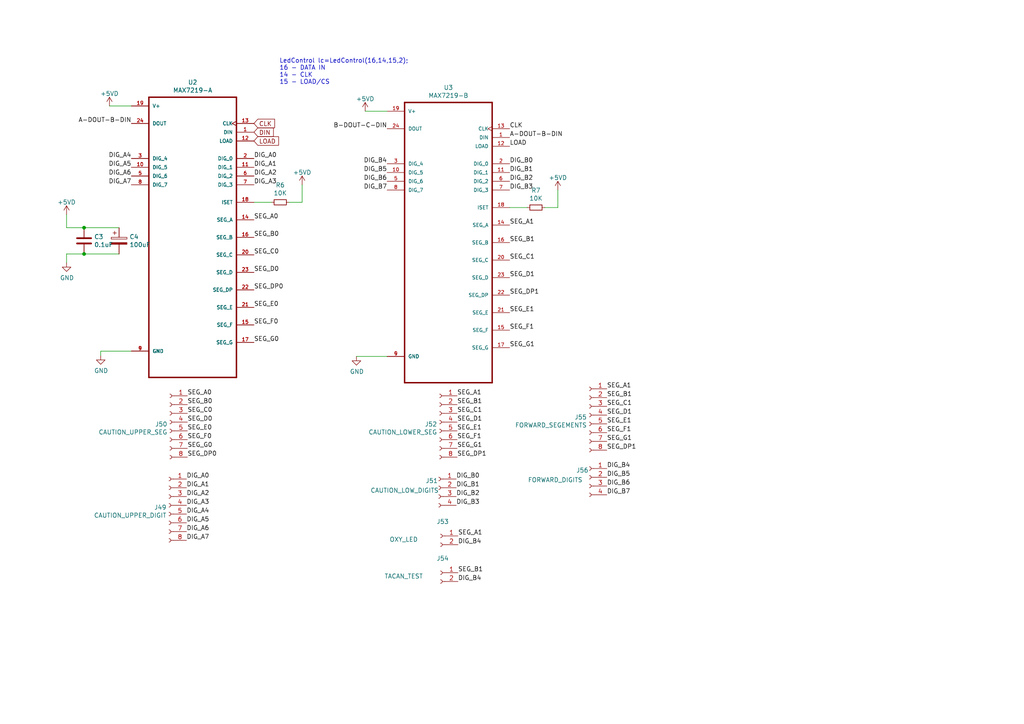
<source format=kicad_sch>
(kicad_sch (version 20230121) (generator eeschema)
  (paper "A4")
  (lib_symbols
    (symbol "Connector:Conn_01x02_Female" (pin_names (offset 1.016) hide)
      (property "Reference" "J" (at 0 2.54 0))
      (property "Value" "Conn_01x02_Female" (at 0 -5.08 0))
      (symbol "Conn_01x02_Female_1_1"
        (arc (start 0 -2.032) (mid -0.5058 -2.54) (end 0 -3.048) (stroke (width 0.1524)))
        (polyline (pts (xy -1.27 -2.54) (xy -0.508 -2.54)) (stroke (width 0.1524)))
        (polyline (pts (xy -1.27 0) (xy -0.508 0)) (stroke (width 0.1524)))
        (arc (start 0 0.508) (mid -0.5058 0) (end 0 -0.508) (stroke (width 0.1524)))
        (pin passive line (at -5.08 0 0) (length 3.81) (name "Pin_1") (number "1"))
        (pin passive line (at -5.08 -2.54 0) (length 3.81) (name "Pin_2") (number "2"))
      )
    )
    (symbol "Connector:Conn_01x04_Female" (pin_names (offset 1.016) hide)
      (property "Reference" "J" (at 0 5.08 0))
      (property "Value" "Conn_01x04_Female" (at 0 -7.62 0))
      (symbol "Conn_01x04_Female_1_1"
        (arc (start 0 -4.572) (mid -0.5058 -5.08) (end 0 -5.588) (stroke (width 0.1524)))
        (arc (start 0 -2.032) (mid -0.5058 -2.54) (end 0 -3.048) (stroke (width 0.1524)))
        (polyline (pts (xy -1.27 -5.08) (xy -0.508 -5.08)) (stroke (width 0.1524)))
        (polyline (pts (xy -1.27 -2.54) (xy -0.508 -2.54)) (stroke (width 0.1524)))
        (polyline (pts (xy -1.27 0) (xy -0.508 0)) (stroke (width 0.1524)))
        (polyline (pts (xy -1.27 2.54) (xy -0.508 2.54)) (stroke (width 0.1524)))
        (arc (start 0 0.508) (mid -0.5058 0) (end 0 -0.508) (stroke (width 0.1524)))
        (arc (start 0 3.048) (mid -0.5058 2.54) (end 0 2.032) (stroke (width 0.1524)))
        (pin passive line (at -5.08 2.54 0) (length 3.81) (name "Pin_1") (number "1"))
        (pin passive line (at -5.08 0 0) (length 3.81) (name "Pin_2") (number "2"))
        (pin passive line (at -5.08 -2.54 0) (length 3.81) (name "Pin_3") (number "3"))
        (pin passive line (at -5.08 -5.08 0) (length 3.81) (name "Pin_4") (number "4"))
      )
    )
    (symbol "Connector:Conn_01x08_Female" (pin_names (offset 1.016) hide)
      (property "Reference" "J" (at 0 10.16 0))
      (property "Value" "Conn_01x08_Female" (at 0 -12.7 0))
      (symbol "Conn_01x08_Female_1_1"
        (arc (start 0 -9.652) (mid -0.5058 -10.16) (end 0 -10.668) (stroke (width 0.1524)))
        (arc (start 0 -7.112) (mid -0.5058 -7.62) (end 0 -8.128) (stroke (width 0.1524)))
        (arc (start 0 -4.572) (mid -0.5058 -5.08) (end 0 -5.588) (stroke (width 0.1524)))
        (arc (start 0 -2.032) (mid -0.5058 -2.54) (end 0 -3.048) (stroke (width 0.1524)))
        (polyline (pts (xy -1.27 -10.16) (xy -0.508 -10.16)) (stroke (width 0.1524)))
        (polyline (pts (xy -1.27 -7.62) (xy -0.508 -7.62)) (stroke (width 0.1524)))
        (polyline (pts (xy -1.27 -5.08) (xy -0.508 -5.08)) (stroke (width 0.1524)))
        (polyline (pts (xy -1.27 -2.54) (xy -0.508 -2.54)) (stroke (width 0.1524)))
        (polyline (pts (xy -1.27 0) (xy -0.508 0)) (stroke (width 0.1524)))
        (polyline (pts (xy -1.27 2.54) (xy -0.508 2.54)) (stroke (width 0.1524)))
        (polyline (pts (xy -1.27 5.08) (xy -0.508 5.08)) (stroke (width 0.1524)))
        (polyline (pts (xy -1.27 7.62) (xy -0.508 7.62)) (stroke (width 0.1524)))
        (arc (start 0 0.508) (mid -0.5058 0) (end 0 -0.508) (stroke (width 0.1524)))
        (arc (start 0 3.048) (mid -0.5058 2.54) (end 0 2.032) (stroke (width 0.1524)))
        (arc (start 0 5.588) (mid -0.5058 5.08) (end 0 4.572) (stroke (width 0.1524)))
        (arc (start 0 8.128) (mid -0.5058 7.62) (end 0 7.112) (stroke (width 0.1524)))
        (pin passive line (at -5.08 7.62 0) (length 3.81) (name "Pin_1") (number "1"))
        (pin passive line (at -5.08 5.08 0) (length 3.81) (name "Pin_2") (number "2"))
        (pin passive line (at -5.08 2.54 0) (length 3.81) (name "Pin_3") (number "3"))
        (pin passive line (at -5.08 0 0) (length 3.81) (name "Pin_4") (number "4"))
        (pin passive line (at -5.08 -2.54 0) (length 3.81) (name "Pin_5") (number "5"))
        (pin passive line (at -5.08 -5.08 0) (length 3.81) (name "Pin_6") (number "6"))
        (pin passive line (at -5.08 -7.62 0) (length 3.81) (name "Pin_7") (number "7"))
        (pin passive line (at -5.08 -10.16 0) (length 3.81) (name "Pin_8") (number "8"))
      )
    )
    (symbol "Device:C" (pin_numbers hide) (pin_names (offset 0.254))
      (property "Reference" "C" (at 0.635 2.54 0))
      (property "Value" "C" (at 0.635 -2.54 0))
      (symbol "C_0_1"
        (polyline (pts (xy -2.032 -0.762) (xy 2.032 -0.762)) (stroke (width 0.508)))
        (polyline (pts (xy -2.032 0.762) (xy 2.032 0.762)) (stroke (width 0.508)))
      )
      (symbol "C_1_1"
        (pin passive line (at 0 3.81 270) (length 2.794) (name "~") (number "1"))
        (pin passive line (at 0 -3.81 90) (length 2.794) (name "~") (number "2"))
      )
    )
    (symbol "Device:R_Small" (pin_numbers hide) (pin_names (offset 0.254) hide)
      (property "Reference" "R" (at 0.762 0.508 0))
      (property "Value" "R_Small" (at 0.762 -1.016 0))
      (symbol "R_Small_0_1"
        (rectangle (start -0.762 1.778) (end 0.762 -1.778) (stroke (width 0.2032)))
      )
      (symbol "R_Small_1_1"
        (pin passive line (at 0 2.54 270) (length 0.762) (name "~") (number "1"))
        (pin passive line (at 0 -2.54 90) (length 0.762) (name "~") (number "2"))
      )
    )
    (symbol "OH---UIP---Led-Distribution-rescue:CP-Device" (pin_numbers hide) (pin_names (offset 0.254))
      (property "Reference" "C" (at 0.635 2.54 0))
      (property "Value" "CP-Device" (at 0.635 -2.54 0))
      (symbol "CP-Device_0_1"
        (rectangle (start -2.286 0.508) (end 2.286 1.016))
        (polyline (pts (xy -1.778 2.286) (xy -0.762 2.286)))
        (polyline (pts (xy -1.27 2.794) (xy -1.27 1.778)))
        (rectangle (start 2.286 -0.508) (end -2.286 -1.016) (fill (type outline)))
      )
      (symbol "CP-Device_1_1"
        (pin passive line (at 0 3.81 270) (length 2.794) (name "~") (number "1"))
        (pin passive line (at 0 -3.81 90) (length 2.794) (name "~") (number "2"))
      )
    )
    (symbol "OH---UIP---Led-Distribution-rescue:MAX7219ENG-MAX7219ENG-Max7219-rescue" (pin_names (offset 1.016))
      (property "Reference" "U" (at -12.7 41.6306 0))
      (property "Value" "OH---UIP---Led-Distribution-rescue_MAX7219ENG-MAX7219ENG-Max7219-rescue" (at -12.7 -44.6278 0))
      (symbol "MAX7219ENG-MAX7219ENG-Max7219-rescue_0_0"
        (polyline (pts (xy -12.7 -40.64) (xy -12.7 40.64)) (stroke (width 0.4064)))
        (polyline (pts (xy -12.7 40.64) (xy 12.7 40.64)) (stroke (width 0.4064)))
        (polyline (pts (xy 12.7 -40.64) (xy -12.7 -40.64)) (stroke (width 0.4064)))
        (polyline (pts (xy 12.7 40.64) (xy 12.7 -40.64)) (stroke (width 0.4064)))
        (pin input line (at -17.78 30.48 0) (length 5.08) (name "DIN") (number "1"))
        (pin bidirectional line (at 17.78 20.32 180) (length 5.08) (name "DIG_5") (number "10"))
        (pin bidirectional line (at -17.78 20.32 0) (length 5.08) (name "DIG_1") (number "11"))
        (pin input line (at -17.78 27.94 0) (length 5.08) (name "LOAD") (number "12"))
        (pin input clock (at -17.78 33.02 0) (length 5.08) (name "CLK") (number "13"))
        (pin bidirectional line (at -17.78 5.08 0) (length 5.08) (name "SEG_A") (number "14"))
        (pin bidirectional line (at -17.78 -25.4 0) (length 5.08) (name "SEG_F") (number "15"))
        (pin bidirectional line (at -17.78 0 0) (length 5.08) (name "SEG_B") (number "16"))
        (pin bidirectional line (at -17.78 -30.48 0) (length 5.08) (name "SEG_G") (number "17"))
        (pin bidirectional line (at -17.78 10.16 0) (length 5.08) (name "ISET") (number "18"))
        (pin power_in line (at 17.78 38.1 180) (length 5.08) (name "V+") (number "19"))
        (pin bidirectional line (at -17.78 22.86 0) (length 5.08) (name "DIG_0") (number "2"))
        (pin bidirectional line (at -17.78 -5.08 0) (length 5.08) (name "SEG_C") (number "20"))
        (pin bidirectional line (at -17.78 -20.32 0) (length 5.08) (name "SEG_E") (number "21"))
        (pin bidirectional line (at -17.78 -15.24 0) (length 5.08) (name "SEG_DP") (number "22"))
        (pin bidirectional line (at -17.78 -10.16 0) (length 5.08) (name "SEG_D") (number "23"))
        (pin output line (at 17.78 33.02 180) (length 5.08) (name "DOUT") (number "24"))
        (pin bidirectional line (at 17.78 22.86 180) (length 5.08) (name "DIG_4") (number "3"))
        (pin power_in line (at 17.78 -33.02 180) (length 5.08) (name "GND") (number "4"))
        (pin bidirectional line (at 17.78 17.78 180) (length 5.08) (name "DIG_6") (number "5"))
        (pin bidirectional line (at -17.78 17.78 0) (length 5.08) (name "DIG_2") (number "6"))
        (pin bidirectional line (at -17.78 15.24 0) (length 5.08) (name "DIG_3") (number "7"))
        (pin bidirectional line (at 17.78 15.24 180) (length 5.08) (name "DIG_7") (number "8"))
        (pin power_in line (at 17.78 -33.02 180) (length 5.08) (name "GND") (number "9"))
      )
    )
    (symbol "power:+5VD" (power) (pin_names (offset 0))
      (property "Value" "+5VD" (at 0 3.556 0))
      (symbol "+5VD_0_1"
        (polyline (pts (xy -0.762 1.27) (xy 0 2.54)))
        (polyline (pts (xy 0 0) (xy 0 2.54)))
        (polyline (pts (xy 0 2.54) (xy 0.762 1.27)))
      )
      (symbol "+5VD_1_1"
        (pin power_in line (at 0 0 90) (length 0) hide (name "+5VD") (number "1"))
      )
    )
    (symbol "power:GND" (power) (pin_names (offset 0))
      (property "Value" "GND" (at 0 -3.81 0))
      (symbol "GND_0_1"
        (polyline (pts (xy 0 0) (xy 0 -1.27) (xy 1.27 -1.27) (xy 0 -2.54) (xy -1.27 -1.27) (xy 0 -1.27)))
      )
      (symbol "GND_1_1"
        (pin power_in line (at 0 0 270) (length 0) hide (name "GND") (number "1"))
      )
    )
  )
  (junction (at 24.384 73.66))
  (junction (at 24.384 66.04))
  (wire (pts (xy 105.918 32.258) (xy 112.268 32.258)))
  (wire (pts (xy 38.1 101.854) (xy 29.21 101.854)))
  (wire (pts (xy 87.63 58.674) (xy 87.63 53.594)))
  (wire (pts (xy 73.66 58.674) (xy 78.74 58.674)))
  (wire (pts (xy 112.268 103.378) (xy 103.378 103.378)))
  (wire (pts (xy 19.304 66.04) (xy 24.384 66.04)))
  (wire (pts (xy 161.798 60.198) (xy 161.798 55.118)))
  (wire (pts (xy 29.21 101.854) (xy 29.21 103.124)))
  (wire (pts (xy 34.544 73.66) (xy 24.384 73.66)))
  (wire (pts (xy 34.544 66.04) (xy 24.384 66.04)))
  (wire (pts (xy 31.75 30.734) (xy 38.1 30.734)))
  (wire (pts (xy 19.304 73.66) (xy 19.304 76.2)))
  (wire (pts (xy 19.304 62.23) (xy 19.304 66.04)))
  (wire (pts (xy 83.82 58.674) (xy 87.63 58.674)))
  (wire (pts (xy 157.988 60.198) (xy 161.798 60.198)))
  (wire (pts (xy 147.828 60.198) (xy 152.908 60.198)))
  (wire (pts (xy 24.384 73.66) (xy 19.304 73.66)))
  (text "LedControl lc=LedControl(16,14,15,2);\n16 - DATA IN\n14 - CLK\n15 - LOAD/CS" (at 81.026 24.638 0) (effects (font (size 1.27 1.27)) (justify left bottom)))
  (label "SEG_G0" (at 54.356 130.048 0))
  (label "DIG_A0" (at 54.102 138.938 0))
  (label "DIG_A5" (at 38.1 48.514 180))
  (label "DIG_A2" (at 73.66 51.054 0))
  (label "SEG_F0" (at 54.356 127.508 0))
  (label "DIG_A1" (at 73.66 48.514 0))
  (label "DIG_B2" (at 132.334 144.018 0))
  (label "DIG_A7" (at 54.102 156.718 0))
  (label "SEG_A1" (at 132.588 114.808 0))
  (label "DIG_B4" (at 132.842 168.656 0))
  (label "DIG_A4" (at 54.102 149.098 0))
  (label "DIG_B5" (at 112.268 50.038 180))
  (label "SEG_B1" (at 176.022 115.316 0))
  (label "SEG_D1" (at 176.022 120.396 0))
  (label "A-DOUT-B-DIN" (at 147.828 39.878 0))
  (label "DIG_B3" (at 147.828 55.118 0))
  (label "SEG_E1" (at 132.588 124.968 0))
  (label "SEG_G0" (at 73.66 99.314 0))
  (label "DIG_B7" (at 176.022 143.51 0))
  (label "SEG_B1" (at 132.588 117.348 0))
  (label "DIG_A6" (at 54.102 154.178 0))
  (label "DIG_A5" (at 54.102 151.638 0))
  (label "SEG_C0" (at 54.356 119.888 0))
  (label "SEG_A1" (at 176.022 112.776 0))
  (label "DIG_B6" (at 112.268 52.578 180))
  (label "DIG_B0" (at 132.334 138.938 0))
  (label "DIG_B3" (at 132.334 146.558 0))
  (label "SEG_A0" (at 73.66 63.754 0))
  (label "SEG_B1" (at 132.842 166.116 0))
  (label "SEG_D1" (at 132.588 122.428 0))
  (label "B-DOUT-C-DIN" (at 112.268 37.338 180))
  (label "SEG_F1" (at 176.022 125.476 0))
  (label "LOAD" (at 147.828 42.418 0))
  (label "DIG_A4" (at 38.1 45.974 180))
  (label "SEG_C0" (at 73.66 73.914 0))
  (label "DIG_A3" (at 73.66 53.594 0))
  (label "DIG_A0" (at 73.66 45.974 0))
  (label "SEG_D1" (at 147.828 80.518 0))
  (label "SEG_F1" (at 132.588 127.508 0))
  (label "SEG_E1" (at 176.022 122.936 0))
  (label "DIG_A7" (at 38.1 53.594 180))
  (label "DIG_B7" (at 112.268 55.118 180))
  (label "DIG_B4" (at 112.268 47.498 180))
  (label "DIG_B2" (at 147.828 52.578 0))
  (label "SEG_E1" (at 147.828 90.678 0))
  (label "SEG_DP1" (at 132.588 132.588 0))
  (label "SEG_B0" (at 73.66 68.834 0))
  (label "DIG_A2" (at 54.102 144.018 0))
  (label "DIG_B5" (at 176.022 138.43 0))
  (label "SEG_G1" (at 147.828 100.838 0))
  (label "SEG_DP1" (at 147.828 85.598 0))
  (label "DIG_A3" (at 54.102 146.558 0))
  (label "SEG_A1" (at 132.842 155.448 0))
  (label "SEG_DP1" (at 176.022 130.556 0))
  (label "SEG_F0" (at 73.66 94.234 0))
  (label "SEG_B1" (at 147.828 70.358 0))
  (label "DIG_B6" (at 176.022 140.97 0))
  (label "CLK" (at 147.828 37.338 0))
  (label "SEG_DP0" (at 73.66 84.074 0))
  (label "SEG_F1" (at 147.828 95.758 0))
  (label "SEG_C1" (at 132.588 119.888 0))
  (label "DIG_A6" (at 38.1 51.054 180))
  (label "SEG_B0" (at 54.356 117.348 0))
  (label "SEG_G1" (at 132.588 130.048 0))
  (label "DIG_B1" (at 147.828 50.038 0))
  (label "SEG_A1" (at 147.828 65.278 0))
  (label "DIG_A1" (at 54.102 141.478 0))
  (label "SEG_E0" (at 54.356 124.968 0))
  (label "DIG_B0" (at 147.828 47.498 0))
  (label "DIG_B1" (at 132.334 141.478 0))
  (label "DIG_B4" (at 176.022 135.89 0))
  (label "SEG_A0" (at 54.356 114.808 0))
  (label "SEG_C1" (at 176.022 117.856 0))
  (label "SEG_D0" (at 54.356 122.428 0))
  (label "SEG_G1" (at 176.022 128.016 0))
  (label "DIG_B4" (at 132.842 157.988 0))
  (label "SEG_DP0" (at 54.356 132.588 0))
  (label "SEG_C1" (at 147.828 75.438 0))
  (label "SEG_E0" (at 73.66 89.154 0))
  (label "A-DOUT-B-DIN" (at 38.1 35.814 180))
  (label "SEG_D0" (at 73.66 78.994 0))
  (global_label "CLK" (shape input) (at 73.66 35.814 0) (property "Intersheetrefs" "${INTERSHEET_REFS}" (effects hide)))
  (global_label "LOAD" (shape input) (at 73.66 40.894 0) (property "Intersheetrefs" "${INTERSHEET_REFS}" (effects hide)))
  (global_label "DIN" (shape input) (at 73.66 38.354 0) (property "Intersheetrefs" "${INTERSHEET_REFS}" (effects hide)))
  (symbol (lib_id "Connector:Conn_01x04_Female") (at 127.254 141.478 0) (mirror y) (unit 1)
    (property "Reference" "J51" (at 125.222 139.446 0))
    (property "Value" "CAUTION_LOW_DIGITS" (at 117.348 142.24 0))
    (property "Footprint" "Connector_Molex:Molex_KK-254_AE-6410-04A_1x04_P2.54mm_Vertical" (effects hide))
  )
  (symbol (lib_id "power:+5VD") (at 161.798 55.118 0) (unit 1)
    (property "Reference" "#PWR072" (effects hide))
    (property "Value" "+5VD" (at 161.798 51.5422 0))
  )
  (symbol (lib_id "Connector:Conn_01x08_Female") (at 170.942 120.396 0) (mirror y) (unit 1)
    (property "Reference" "J55" (at 170.2308 121.0056 0) (effects (justify left)))
    (property "Value" "FORWARD_SEGEMENTS" (at 170.2308 123.317 0) (effects (justify left)))
    (property "Footprint" "Connector_Molex:Molex_KK-254_AE-6410-08A_1x08_P2.54mm_Vertical" (effects hide))
  )
  (symbol (lib_id "Connector:Conn_01x08_Female") (at 49.022 146.558 0) (mirror y) (unit 1)
    (property "Reference" "J49" (at 48.3108 147.1676 0) (effects (justify left)))
    (property "Value" "CAUTION_UPPER_DIGIT" (at 48.3108 149.479 0) (effects (justify left)))
    (property "Footprint" "Connector_Molex:Molex_KK-254_AE-6410-08A_1x08_P2.54mm_Vertical" (effects hide))
  )
  (symbol (lib_id "Device:R_Small") (at 81.28 58.674 270) (unit 1)
    (property "Reference" "R6" (at 81.28 53.6956 90))
    (property "Value" "10K" (at 81.28 56.007 90))
    (property "Footprint" "Resistor_THT:R_Axial_DIN0204_L3.6mm_D1.6mm_P2.54mm_Vertical" (effects hide))
  )
  (symbol (lib_id "power:+5VD") (at 31.75 30.734 0) (unit 1)
    (property "Reference" "#PWR068" (effects hide))
    (property "Value" "+5VD" (at 31.75 27.1582 0))
  )
  (symbol (lib_id "Connector:Conn_01x02_Female") (at 127.762 166.116 0) (mirror y) (unit 1)
    (property "Reference" "J54" (at 128.397 161.959 0))
    (property "Value" "TACAN_TEST" (at 117.094 167.132 0))
    (property "Footprint" "Connector_Molex:Molex_KK-254_AE-6410-02A_1x02_P2.54mm_Vertical" (effects hide))
  )
  (symbol (lib_id "power:GND") (at 29.21 103.124 0) (unit 1)
    (property "Reference" "#PWR067" (effects hide))
    (property "Value" "GND" (at 29.337 107.5182 0))
  )
  (symbol (lib_id "power:GND") (at 19.304 76.2 0) (unit 1)
    (property "Reference" "#PWR066" (effects hide))
    (property "Value" "GND" (at 19.431 80.5942 0))
  )
  (symbol (lib_id "power:+5VD") (at 87.63 53.594 0) (unit 1)
    (property "Reference" "#PWR069" (effects hide))
    (property "Value" "+5VD" (at 87.63 50.0182 0))
  )
  (symbol (lib_id "power:GND") (at 103.378 103.378 0) (unit 1)
    (property "Reference" "#PWR070" (effects hide))
    (property "Value" "GND" (at 103.505 107.7722 0))
  )
  (symbol (lib_id "Device:C") (at 24.384 69.85 0) (unit 1)
    (property "Reference" "C3" (at 27.305 68.6816 0) (effects (justify left)))
    (property "Value" "0.1uF" (at 27.305 70.993 0) (effects (justify left)))
    (property "Footprint" "Capacitor_THT:C_Disc_D5.1mm_W3.2mm_P5.00mm" (effects hide))
  )
  (symbol (lib_id "power:+5VD") (at 19.304 62.23 0) (unit 1)
    (property "Reference" "#PWR065" (effects hide))
    (property "Value" "+5VD" (at 19.304 58.6542 0))
  )
  (symbol (lib_id "power:+5VD") (at 105.918 32.258 0) (unit 1)
    (property "Reference" "#PWR071" (effects hide))
    (property "Value" "+5VD" (at 105.918 28.6822 0))
  )
  (symbol (lib_id "Connector:Conn_01x04_Female") (at 170.942 138.43 0) (mirror y) (unit 1)
    (property "Reference" "J56" (at 168.91 136.398 0))
    (property "Value" "FORWARD_DIGITS" (at 161.036 139.192 0))
    (property "Footprint" "Connector_Molex:Molex_KK-254_AE-6410-04A_1x04_P2.54mm_Vertical" (effects hide))
  )
  (symbol (lib_id "Connector:Conn_01x08_Female") (at 49.276 122.428 0) (mirror y) (unit 1)
    (property "Reference" "J50" (at 48.5648 123.0376 0) (effects (justify left)))
    (property "Value" "CAUTION_UPPER_SEG" (at 48.5648 125.349 0) (effects (justify left)))
    (property "Footprint" "Connector_Molex:Molex_KK-254_AE-6410-08A_1x08_P2.54mm_Vertical" (effects hide))
  )
  (symbol (lib_id "Connector:Conn_01x02_Female") (at 127.762 155.448 0) (mirror y) (unit 1)
    (property "Reference" "J53" (at 128.397 151.291 0))
    (property "Value" "OXY_LED" (at 117.094 156.464 0))
    (property "Footprint" "Connector_Molex:Molex_KK-254_AE-6410-02A_1x02_P2.54mm_Vertical" (effects hide))
  )
  (symbol (lib_id "OH---UIP---Led-Distribution-rescue:MAX7219ENG-MAX7219ENG-Max7219-rescue") (at 55.88 68.834 0) (mirror y) (unit 1)
    (property "Reference" "U2" (at 55.88 23.876 0))
    (property "Value" "MAX7219-A" (at 55.88 26.1874 0))
    (property "Footprint" "Package_DIP:DIP-24_W7.62mm_Socket" (effects hide))
    (property "Field4" "MAX7219ENG+" (effects hide))
    (property "Field5" "https://www.digikey.com.au/product-detail/en/maxim-integrated/MAX7219ENG-/MAX7219ENG--ND/774127?utm_source=snapeda&utm_medium=aggregator&utm_campaign=symbol" (effects hide))
    (property "Field6" "Maxim Integrated" (effects hide))
    (property "Field7" "MAX7219ENG+-ND" (effects hide))
    (property "Field8" "Driver; LED controller; 330mA; Channels: 2; DIP24" (effects hide))
  )
  (symbol (lib_id "Device:R_Small") (at 155.448 60.198 270) (unit 1)
    (property "Reference" "R7" (at 155.448 55.2196 90))
    (property "Value" "10K" (at 155.448 57.531 90))
    (property "Footprint" "Resistor_THT:R_Axial_DIN0204_L3.6mm_D1.6mm_P2.54mm_Vertical" (effects hide))
  )
  (symbol (lib_id "OH---UIP---Led-Distribution-rescue:MAX7219ENG-MAX7219ENG-Max7219-rescue") (at 130.048 70.358 0) (mirror y) (unit 1)
    (property "Reference" "U3" (at 130.048 25.4 0))
    (property "Value" "MAX7219-B" (at 130.048 27.7114 0))
    (property "Footprint" "Package_DIP:DIP-24_W7.62mm_Socket" (effects hide))
    (property "Field4" "MAX7219ENG+" (effects hide))
    (property "Field5" "https://www.digikey.com.au/product-detail/en/maxim-integrated/MAX7219ENG-/MAX7219ENG--ND/774127?utm_source=snapeda&utm_medium=aggregator&utm_campaign=symbol" (effects hide))
    (property "Field6" "Maxim Integrated" (effects hide))
    (property "Field7" "MAX7219ENG+-ND" (effects hide))
    (property "Field8" "Driver; LED controller; 330mA; Channels: 2; DIP24" (effects hide))
  )
  (symbol (lib_id "OH---UIP---Led-Distribution-rescue:CP-Device") (at 34.544 69.85 0) (unit 1)
    (property "Reference" "C4" (at 37.5412 68.6816 0) (effects (justify left)))
    (property "Value" "100uF" (at 37.5412 70.993 0) (effects (justify left)))
    (property "Footprint" "Capacitor_THT:CP_Radial_D8.0mm_P5.00mm" (effects hide))
  )
  (symbol (lib_id "Connector:Conn_01x08_Female") (at 127.508 122.428 0) (mirror y) (unit 1)
    (property "Reference" "J52" (at 126.7968 123.0376 0) (effects (justify left)))
    (property "Value" "CAUTION_LOWER_SEG" (at 126.7968 125.349 0) (effects (justify left)))
    (property "Footprint" "Connector_Molex:Molex_KK-254_AE-6410-08A_1x08_P2.54mm_Vertical" (effects hide))
  )
)
</source>
